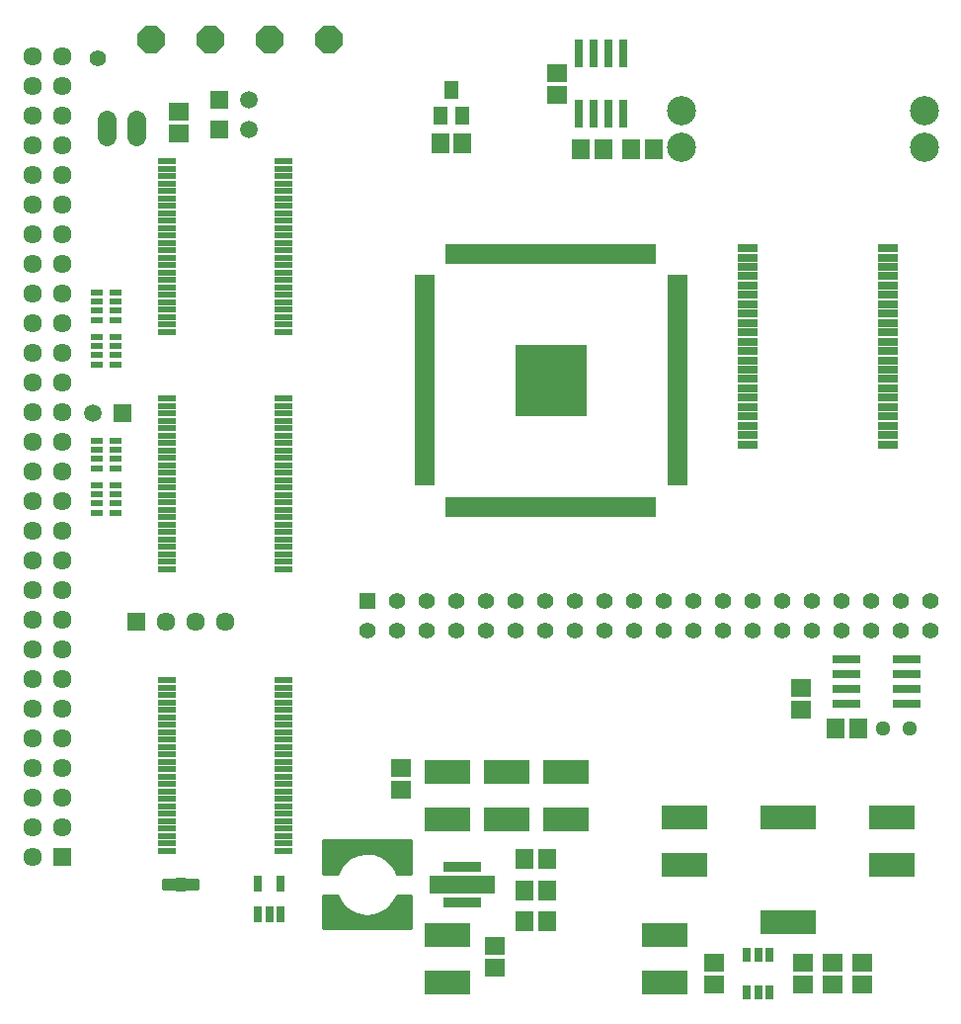
<source format=gts>
G75*
%MOIN*%
%OFA0B0*%
%FSLAX25Y25*%
%IPPOS*%
%LPD*%
%AMOC8*
5,1,8,0,0,1.08239X$1,22.5*
%
%ADD10C,0.05099*%
%ADD11C,0.09855*%
%ADD12R,0.06706X0.05918*%
%ADD13R,0.15367X0.07887*%
%ADD14R,0.06337X0.06337*%
%ADD15C,0.06337*%
%ADD16R,0.05918X0.02375*%
%ADD17R,0.03162X0.09461*%
%ADD18R,0.07099X0.01981*%
%ADD19R,0.01981X0.07099*%
%ADD20R,0.24000X0.24000*%
%ADD21R,0.03162X0.05131*%
%ADD22R,0.18910X0.07887*%
%ADD23R,0.05918X0.06706*%
%ADD24R,0.06706X0.02572*%
%ADD25R,0.05550X0.05550*%
%ADD26C,0.05550*%
%ADD27R,0.03937X0.02362*%
%ADD28R,0.02965X0.05524*%
%ADD29R,0.09461X0.03162*%
%ADD30C,0.01580*%
%ADD31OC8,0.09300*%
%ADD32C,0.01000*%
%ADD33R,0.13150X0.03465*%
%ADD34R,0.22000X0.06457*%
%ADD35R,0.05943X0.05943*%
%ADD36C,0.05943*%
%ADD37R,0.04737X0.06312*%
%ADD38C,0.06337*%
D10*
X0332000Y0112500D03*
X0341000Y0112500D03*
D11*
X0345945Y0308701D03*
X0345945Y0320906D03*
X0264055Y0320906D03*
X0264055Y0308701D03*
D12*
X0222000Y0326260D03*
X0222000Y0333740D03*
X0094500Y0320740D03*
X0094500Y0313260D03*
X0304500Y0126240D03*
X0304500Y0118760D03*
X0169500Y0099240D03*
X0169500Y0091760D03*
X0201000Y0039240D03*
X0201000Y0031760D03*
X0275000Y0033740D03*
X0275000Y0026260D03*
X0305000Y0026260D03*
X0315000Y0026260D03*
X0325000Y0026260D03*
X0325000Y0033740D03*
X0315000Y0033740D03*
X0305000Y0033740D03*
D13*
X0258500Y0026929D03*
X0258500Y0043071D03*
X0265000Y0066429D03*
X0265000Y0082571D03*
X0225000Y0081929D03*
X0205000Y0081929D03*
X0185000Y0081929D03*
X0185000Y0098071D03*
X0205000Y0098071D03*
X0225000Y0098071D03*
X0185000Y0043071D03*
X0185000Y0026929D03*
X0335000Y0066429D03*
X0335000Y0082571D03*
D14*
X0080000Y0148500D03*
X0055000Y0069173D03*
D15*
X0045000Y0069173D03*
X0045000Y0079173D03*
X0055000Y0079173D03*
X0055000Y0089173D03*
X0045000Y0089173D03*
X0045000Y0099173D03*
X0055000Y0099173D03*
X0055000Y0109173D03*
X0045000Y0109173D03*
X0045000Y0119173D03*
X0055000Y0119173D03*
X0055000Y0129173D03*
X0045000Y0129173D03*
X0045000Y0139173D03*
X0055000Y0139173D03*
X0055000Y0149173D03*
X0045000Y0149173D03*
X0045000Y0159173D03*
X0055000Y0159173D03*
X0055000Y0169173D03*
X0045000Y0169173D03*
X0045000Y0179173D03*
X0055000Y0179173D03*
X0055000Y0189173D03*
X0045000Y0189173D03*
X0045000Y0199173D03*
X0055000Y0199173D03*
X0055000Y0209173D03*
X0045000Y0209173D03*
X0045000Y0219173D03*
X0055000Y0219173D03*
X0055000Y0229173D03*
X0045000Y0229173D03*
X0045000Y0239173D03*
X0055000Y0239173D03*
X0055000Y0249173D03*
X0045000Y0249173D03*
X0045000Y0259173D03*
X0055000Y0259173D03*
X0055000Y0269173D03*
X0045000Y0269173D03*
X0045000Y0279173D03*
X0055000Y0279173D03*
X0055000Y0289173D03*
X0045000Y0289173D03*
X0045000Y0299173D03*
X0055000Y0299173D03*
X0055000Y0309173D03*
X0045000Y0309173D03*
X0045000Y0319173D03*
X0055000Y0319173D03*
X0055000Y0329173D03*
X0045000Y0329173D03*
X0045000Y0339173D03*
X0055000Y0339173D03*
X0090000Y0148500D03*
X0100000Y0148500D03*
X0110000Y0148500D03*
D16*
X0090394Y0166250D03*
X0090394Y0168750D03*
X0090394Y0171250D03*
X0090394Y0173750D03*
X0090394Y0176250D03*
X0090394Y0178750D03*
X0090394Y0181250D03*
X0090394Y0183750D03*
X0090394Y0186250D03*
X0090394Y0188750D03*
X0090394Y0191250D03*
X0090394Y0193750D03*
X0090394Y0196250D03*
X0090394Y0198750D03*
X0090394Y0201250D03*
X0090394Y0203750D03*
X0090394Y0206250D03*
X0090394Y0208750D03*
X0090394Y0211250D03*
X0090394Y0213750D03*
X0090394Y0216250D03*
X0090394Y0218750D03*
X0090394Y0221250D03*
X0090394Y0223750D03*
X0090394Y0246250D03*
X0090394Y0248750D03*
X0090394Y0251250D03*
X0090394Y0253750D03*
X0090394Y0256250D03*
X0090394Y0258750D03*
X0090394Y0261250D03*
X0090394Y0263750D03*
X0090394Y0266250D03*
X0090394Y0268750D03*
X0090394Y0271250D03*
X0090394Y0273750D03*
X0090394Y0276250D03*
X0090394Y0278750D03*
X0090394Y0281250D03*
X0090394Y0283750D03*
X0090394Y0286250D03*
X0090394Y0288750D03*
X0090394Y0291250D03*
X0090394Y0293750D03*
X0090394Y0296250D03*
X0090394Y0298750D03*
X0090394Y0301250D03*
X0090394Y0303750D03*
X0129606Y0303750D03*
X0129606Y0301250D03*
X0129606Y0298750D03*
X0129606Y0296250D03*
X0129606Y0293750D03*
X0129606Y0291250D03*
X0129606Y0288750D03*
X0129606Y0286250D03*
X0129606Y0283750D03*
X0129606Y0281250D03*
X0129606Y0278750D03*
X0129606Y0276250D03*
X0129606Y0273750D03*
X0129606Y0271250D03*
X0129606Y0268750D03*
X0129606Y0266250D03*
X0129606Y0263750D03*
X0129606Y0261250D03*
X0129606Y0258750D03*
X0129606Y0256250D03*
X0129606Y0253750D03*
X0129606Y0251250D03*
X0129606Y0248750D03*
X0129606Y0246250D03*
X0129606Y0223750D03*
X0129606Y0221250D03*
X0129606Y0218750D03*
X0129606Y0216250D03*
X0129606Y0213750D03*
X0129606Y0211250D03*
X0129606Y0208750D03*
X0129606Y0206250D03*
X0129606Y0203750D03*
X0129606Y0201250D03*
X0129606Y0198750D03*
X0129606Y0196250D03*
X0129606Y0193750D03*
X0129606Y0191250D03*
X0129606Y0188750D03*
X0129606Y0186250D03*
X0129606Y0183750D03*
X0129606Y0181250D03*
X0129606Y0178750D03*
X0129606Y0176250D03*
X0129606Y0173750D03*
X0129606Y0171250D03*
X0129606Y0168750D03*
X0129606Y0166250D03*
X0129606Y0128750D03*
X0129606Y0126250D03*
X0129606Y0123750D03*
X0129606Y0121250D03*
X0129606Y0118750D03*
X0129606Y0116250D03*
X0129606Y0113750D03*
X0129606Y0111250D03*
X0129606Y0108750D03*
X0129606Y0106250D03*
X0129606Y0103750D03*
X0129606Y0101250D03*
X0129606Y0098750D03*
X0129606Y0096250D03*
X0129606Y0093750D03*
X0129606Y0091250D03*
X0129606Y0088750D03*
X0129606Y0086250D03*
X0129606Y0083750D03*
X0129606Y0081250D03*
X0129606Y0078750D03*
X0129606Y0076250D03*
X0129606Y0073750D03*
X0129606Y0071250D03*
X0090394Y0071250D03*
X0090394Y0073750D03*
X0090394Y0076250D03*
X0090394Y0078750D03*
X0090394Y0081250D03*
X0090394Y0083750D03*
X0090394Y0086250D03*
X0090394Y0088750D03*
X0090394Y0091250D03*
X0090394Y0093750D03*
X0090394Y0096250D03*
X0090394Y0098750D03*
X0090394Y0101250D03*
X0090394Y0103750D03*
X0090394Y0106250D03*
X0090394Y0108750D03*
X0090394Y0111250D03*
X0090394Y0113750D03*
X0090394Y0116250D03*
X0090394Y0118750D03*
X0090394Y0121250D03*
X0090394Y0123750D03*
X0090394Y0126250D03*
X0090394Y0128750D03*
D17*
X0229500Y0319764D03*
X0234500Y0319764D03*
X0239500Y0319764D03*
X0244500Y0319764D03*
X0244500Y0340236D03*
X0239500Y0340236D03*
X0234500Y0340236D03*
X0229500Y0340236D03*
D18*
X0262717Y0264449D03*
X0262717Y0262480D03*
X0262717Y0260512D03*
X0262717Y0258543D03*
X0262717Y0256575D03*
X0262717Y0254606D03*
X0262717Y0252638D03*
X0262717Y0250669D03*
X0262717Y0248701D03*
X0262717Y0246732D03*
X0262717Y0244764D03*
X0262717Y0242795D03*
X0262717Y0240827D03*
X0262717Y0238858D03*
X0262717Y0236890D03*
X0262717Y0234921D03*
X0262717Y0232953D03*
X0262717Y0230984D03*
X0262717Y0229016D03*
X0262717Y0227047D03*
X0262717Y0225079D03*
X0262717Y0223110D03*
X0262717Y0221142D03*
X0262717Y0219173D03*
X0262717Y0217205D03*
X0262717Y0215236D03*
X0262717Y0213268D03*
X0262717Y0211299D03*
X0262717Y0209331D03*
X0262717Y0207362D03*
X0262717Y0205394D03*
X0262717Y0203425D03*
X0262717Y0201457D03*
X0262717Y0199488D03*
X0262717Y0197520D03*
X0262717Y0195551D03*
X0177283Y0195551D03*
X0177283Y0197520D03*
X0177283Y0199488D03*
X0177283Y0201457D03*
X0177283Y0203425D03*
X0177283Y0205394D03*
X0177283Y0207362D03*
X0177283Y0209331D03*
X0177283Y0211299D03*
X0177283Y0213268D03*
X0177283Y0215236D03*
X0177283Y0217205D03*
X0177283Y0219173D03*
X0177283Y0221142D03*
X0177283Y0223110D03*
X0177283Y0225079D03*
X0177283Y0227047D03*
X0177283Y0229016D03*
X0177283Y0230984D03*
X0177283Y0232953D03*
X0177283Y0234921D03*
X0177283Y0236890D03*
X0177283Y0238858D03*
X0177283Y0240827D03*
X0177283Y0242795D03*
X0177283Y0244764D03*
X0177283Y0246732D03*
X0177283Y0248701D03*
X0177283Y0250669D03*
X0177283Y0252638D03*
X0177283Y0254606D03*
X0177283Y0256575D03*
X0177283Y0258543D03*
X0177283Y0260512D03*
X0177283Y0262480D03*
X0177283Y0264449D03*
D19*
X0185551Y0272717D03*
X0187520Y0272717D03*
X0189488Y0272717D03*
X0191457Y0272717D03*
X0193425Y0272717D03*
X0195394Y0272717D03*
X0197362Y0272717D03*
X0199331Y0272717D03*
X0201299Y0272717D03*
X0203268Y0272717D03*
X0205236Y0272717D03*
X0207205Y0272717D03*
X0209173Y0272717D03*
X0211142Y0272717D03*
X0213110Y0272717D03*
X0215079Y0272717D03*
X0217047Y0272717D03*
X0219016Y0272717D03*
X0220984Y0272717D03*
X0222953Y0272717D03*
X0224921Y0272717D03*
X0226890Y0272717D03*
X0228858Y0272717D03*
X0230827Y0272717D03*
X0232795Y0272717D03*
X0234764Y0272717D03*
X0236732Y0272717D03*
X0238701Y0272717D03*
X0240669Y0272717D03*
X0242638Y0272717D03*
X0244606Y0272717D03*
X0246575Y0272717D03*
X0248543Y0272717D03*
X0250512Y0272717D03*
X0252480Y0272717D03*
X0254449Y0272717D03*
X0254449Y0187283D03*
X0252480Y0187283D03*
X0250512Y0187283D03*
X0248543Y0187283D03*
X0246575Y0187283D03*
X0244606Y0187283D03*
X0242638Y0187283D03*
X0240669Y0187283D03*
X0238701Y0187283D03*
X0236732Y0187283D03*
X0234764Y0187283D03*
X0232795Y0187283D03*
X0230827Y0187283D03*
X0228858Y0187283D03*
X0226890Y0187283D03*
X0224921Y0187283D03*
X0222953Y0187283D03*
X0220984Y0187283D03*
X0219016Y0187283D03*
X0217047Y0187283D03*
X0215079Y0187283D03*
X0213110Y0187283D03*
X0211142Y0187283D03*
X0209173Y0187283D03*
X0207205Y0187283D03*
X0205236Y0187283D03*
X0203268Y0187283D03*
X0201299Y0187283D03*
X0199331Y0187283D03*
X0197362Y0187283D03*
X0195394Y0187283D03*
X0193425Y0187283D03*
X0191457Y0187283D03*
X0189488Y0187283D03*
X0187520Y0187283D03*
X0185551Y0187283D03*
D20*
X0220000Y0230000D03*
D21*
X0286260Y0036299D03*
X0290000Y0036299D03*
X0293740Y0036299D03*
X0293740Y0023701D03*
X0290000Y0023701D03*
X0286260Y0023701D03*
D22*
X0300000Y0047283D03*
X0300000Y0082717D03*
D23*
X0316260Y0112500D03*
X0323740Y0112500D03*
X0218740Y0068500D03*
X0211260Y0068500D03*
X0211260Y0058000D03*
X0218740Y0058000D03*
X0218740Y0047500D03*
X0211260Y0047500D03*
X0230260Y0308000D03*
X0237740Y0308000D03*
X0247260Y0308000D03*
X0254740Y0308000D03*
X0190240Y0310000D03*
X0182760Y0310000D03*
D24*
X0286413Y0274535D03*
X0286413Y0271386D03*
X0286413Y0268236D03*
X0286413Y0265087D03*
X0286413Y0261937D03*
X0286413Y0258787D03*
X0286413Y0255638D03*
X0286413Y0252488D03*
X0286413Y0249338D03*
X0286413Y0246189D03*
X0286413Y0243039D03*
X0286413Y0239890D03*
X0286413Y0236740D03*
X0286413Y0233590D03*
X0286413Y0230441D03*
X0286413Y0227291D03*
X0286413Y0224142D03*
X0286413Y0220992D03*
X0286413Y0217842D03*
X0286413Y0214693D03*
X0286413Y0211543D03*
X0286413Y0208394D03*
X0333658Y0208394D03*
X0333658Y0211543D03*
X0333658Y0214693D03*
X0333658Y0217842D03*
X0333658Y0220992D03*
X0333658Y0224142D03*
X0333658Y0227291D03*
X0333658Y0230441D03*
X0333658Y0233590D03*
X0333658Y0236740D03*
X0333658Y0239890D03*
X0333658Y0243039D03*
X0333658Y0246189D03*
X0333658Y0249338D03*
X0333658Y0252488D03*
X0333658Y0255638D03*
X0333658Y0258787D03*
X0333658Y0261937D03*
X0333658Y0265087D03*
X0333658Y0268236D03*
X0333658Y0271386D03*
X0333658Y0274535D03*
D25*
X0157953Y0155669D03*
D26*
X0167953Y0155669D03*
X0177953Y0155669D03*
X0187953Y0155669D03*
X0197953Y0155669D03*
X0207953Y0155669D03*
X0217953Y0155669D03*
X0227953Y0155669D03*
X0237953Y0155669D03*
X0247953Y0155669D03*
X0257953Y0155669D03*
X0267953Y0155669D03*
X0277953Y0155669D03*
X0287953Y0155669D03*
X0297953Y0155669D03*
X0307953Y0155669D03*
X0317953Y0155669D03*
X0327953Y0155669D03*
X0337953Y0155669D03*
X0347953Y0155669D03*
X0347953Y0145669D03*
X0337953Y0145669D03*
X0327953Y0145669D03*
X0317953Y0145669D03*
X0307953Y0145669D03*
X0297953Y0145669D03*
X0287953Y0145669D03*
X0277953Y0145669D03*
X0267953Y0145669D03*
X0257953Y0145669D03*
X0247953Y0145669D03*
X0237953Y0145669D03*
X0227953Y0145669D03*
X0217953Y0145669D03*
X0207953Y0145669D03*
X0197953Y0145669D03*
X0187953Y0145669D03*
X0177953Y0145669D03*
X0167953Y0145669D03*
X0157953Y0145669D03*
X0067000Y0338500D03*
D27*
X0066850Y0259724D03*
X0066850Y0256575D03*
X0066850Y0253425D03*
X0066850Y0250276D03*
X0073150Y0250276D03*
X0073150Y0253425D03*
X0073150Y0256575D03*
X0073150Y0259724D03*
X0073150Y0244724D03*
X0073150Y0241575D03*
X0073150Y0238425D03*
X0073150Y0235276D03*
X0066850Y0235276D03*
X0066850Y0238425D03*
X0066850Y0241575D03*
X0066850Y0244724D03*
X0066850Y0209724D03*
X0066850Y0206575D03*
X0066850Y0203425D03*
X0066850Y0200276D03*
X0066850Y0194724D03*
X0066850Y0191575D03*
X0066850Y0188425D03*
X0066850Y0185276D03*
X0073150Y0185276D03*
X0073150Y0188425D03*
X0073150Y0191575D03*
X0073150Y0194724D03*
X0073150Y0200276D03*
X0073150Y0203425D03*
X0073150Y0206575D03*
X0073150Y0209724D03*
D28*
X0121260Y0060118D03*
X0128740Y0060118D03*
X0128740Y0049882D03*
X0125000Y0049882D03*
X0121260Y0049882D03*
D29*
X0319764Y0121000D03*
X0319764Y0126000D03*
X0319764Y0131000D03*
X0319764Y0136000D03*
X0340236Y0136000D03*
X0340236Y0131000D03*
X0340236Y0126000D03*
X0340236Y0121000D03*
D30*
X0089485Y0061185D02*
X0089485Y0058815D01*
X0089485Y0061185D02*
X0092641Y0061185D01*
X0092641Y0058815D01*
X0089485Y0058815D01*
X0089485Y0060394D02*
X0092641Y0060394D01*
X0093815Y0061578D02*
X0093815Y0058422D01*
X0093815Y0061578D02*
X0096185Y0061578D01*
X0096185Y0058422D01*
X0093815Y0058422D01*
X0093815Y0060001D02*
X0096185Y0060001D01*
X0097359Y0061185D02*
X0097359Y0058815D01*
X0097359Y0061185D02*
X0100515Y0061185D01*
X0100515Y0058815D01*
X0097359Y0058815D01*
X0097359Y0060394D02*
X0100515Y0060394D01*
D31*
X0105000Y0345000D03*
X0085000Y0345000D03*
X0125000Y0345000D03*
X0145000Y0345000D03*
D32*
X0143236Y0074764D02*
X0172764Y0074764D01*
X0172764Y0074783D01*
X0172764Y0063740D01*
X0167972Y0063740D01*
X0167858Y0064059D01*
X0167661Y0064512D01*
X0167417Y0064969D01*
X0167126Y0065480D01*
X0166854Y0065949D01*
X0166504Y0066441D01*
X0166236Y0066783D01*
X0165803Y0067291D01*
X0165161Y0067933D01*
X0164469Y0068512D01*
X0163685Y0069020D01*
X0162917Y0069476D01*
X0162287Y0069772D01*
X0161642Y0070016D01*
X0160961Y0070232D01*
X0160232Y0070417D01*
X0159559Y0070551D01*
X0158996Y0070606D01*
X0158417Y0070657D01*
X0157945Y0070646D01*
X0157335Y0070618D01*
X0156547Y0070551D01*
X0155642Y0070398D01*
X0154803Y0070161D01*
X0154043Y0069882D01*
X0153295Y0069563D01*
X0152587Y0069197D01*
X0151894Y0068748D01*
X0151295Y0068291D01*
X0150701Y0067764D01*
X0150122Y0067169D01*
X0149602Y0066571D01*
X0149087Y0065862D01*
X0148622Y0065047D01*
X0148248Y0064323D01*
X0148004Y0063724D01*
X0148004Y0063740D01*
X0143236Y0063740D01*
X0143236Y0074764D01*
X0143236Y0073897D02*
X0172764Y0073897D01*
X0172764Y0072899D02*
X0143236Y0072899D01*
X0143236Y0071900D02*
X0172764Y0071900D01*
X0172764Y0070902D02*
X0143236Y0070902D01*
X0143236Y0069903D02*
X0154101Y0069903D01*
X0152136Y0068905D02*
X0143236Y0068905D01*
X0143236Y0067906D02*
X0150861Y0067906D01*
X0149895Y0066908D02*
X0143236Y0066908D01*
X0143236Y0065909D02*
X0149121Y0065909D01*
X0148552Y0064911D02*
X0143236Y0064911D01*
X0143236Y0063912D02*
X0148081Y0063912D01*
X0148028Y0056260D02*
X0148142Y0055941D01*
X0148339Y0055488D01*
X0148583Y0055031D01*
X0148874Y0054520D01*
X0149146Y0054051D01*
X0149496Y0053559D01*
X0149764Y0053217D01*
X0150197Y0052709D01*
X0150839Y0052067D01*
X0151531Y0051488D01*
X0152315Y0050980D01*
X0153083Y0050524D01*
X0153713Y0050228D01*
X0154358Y0049984D01*
X0155039Y0049768D01*
X0155768Y0049583D01*
X0156441Y0049449D01*
X0157004Y0049394D01*
X0157583Y0049343D01*
X0158055Y0049354D01*
X0158665Y0049382D01*
X0159453Y0049449D01*
X0160358Y0049602D01*
X0161197Y0049839D01*
X0161957Y0050118D01*
X0162705Y0050437D01*
X0163413Y0050803D01*
X0164106Y0051252D01*
X0164705Y0051709D01*
X0165299Y0052236D01*
X0165878Y0052831D01*
X0166398Y0053429D01*
X0166913Y0054138D01*
X0167378Y0054953D01*
X0167752Y0055677D01*
X0167996Y0056276D01*
X0167996Y0056260D01*
X0172764Y0056260D01*
X0172764Y0045236D01*
X0143236Y0045236D01*
X0143236Y0045217D01*
X0143236Y0056260D01*
X0148028Y0056260D01*
X0148149Y0055924D02*
X0143236Y0055924D01*
X0143236Y0054926D02*
X0148643Y0054926D01*
X0149234Y0053927D02*
X0143236Y0053927D01*
X0143236Y0052929D02*
X0150009Y0052929D01*
X0151002Y0051930D02*
X0143236Y0051930D01*
X0143236Y0050932D02*
X0152397Y0050932D01*
X0154519Y0049933D02*
X0143236Y0049933D01*
X0143236Y0048934D02*
X0172764Y0048934D01*
X0172764Y0047936D02*
X0143236Y0047936D01*
X0143236Y0046937D02*
X0172764Y0046937D01*
X0172764Y0045939D02*
X0143236Y0045939D01*
X0161454Y0049933D02*
X0172764Y0049933D01*
X0172764Y0050932D02*
X0163612Y0050932D01*
X0164954Y0051930D02*
X0172764Y0051930D01*
X0172764Y0052929D02*
X0165963Y0052929D01*
X0166760Y0053927D02*
X0172764Y0053927D01*
X0172764Y0054926D02*
X0167362Y0054926D01*
X0167853Y0055924D02*
X0172764Y0055924D01*
X0172764Y0063912D02*
X0167911Y0063912D01*
X0167448Y0064911D02*
X0172764Y0064911D01*
X0172764Y0065909D02*
X0166877Y0065909D01*
X0166130Y0066908D02*
X0172764Y0066908D01*
X0172764Y0067906D02*
X0165188Y0067906D01*
X0163862Y0068905D02*
X0172764Y0068905D01*
X0172764Y0069903D02*
X0161939Y0069903D01*
D33*
X0190000Y0065945D03*
X0190000Y0054055D03*
D34*
X0190000Y0060000D03*
D35*
X0075500Y0219000D03*
X0108000Y0314500D03*
X0108000Y0324500D03*
D36*
X0118000Y0324500D03*
X0118000Y0314500D03*
X0065500Y0219000D03*
D37*
X0182760Y0319169D03*
X0190240Y0319169D03*
X0186500Y0327831D03*
D38*
X0080000Y0317769D02*
X0080000Y0312231D01*
X0070000Y0312231D02*
X0070000Y0317769D01*
M02*

</source>
